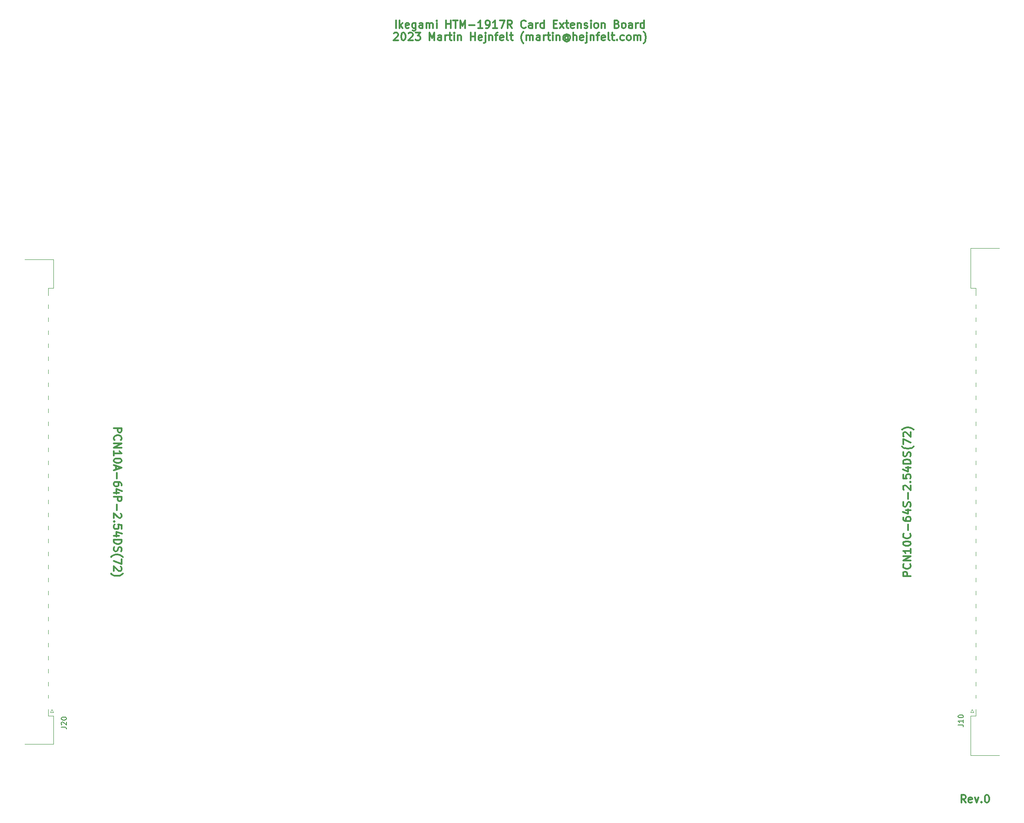
<source format=gbr>
%TF.GenerationSoftware,KiCad,Pcbnew,6.0.11-2627ca5db0~126~ubuntu22.04.1*%
%TF.CreationDate,2023-06-25T19:34:19+02:00*%
%TF.ProjectId,ikegami-htm1917r-extension,696b6567-616d-4692-9d68-746d31393137,rev?*%
%TF.SameCoordinates,Original*%
%TF.FileFunction,Legend,Top*%
%TF.FilePolarity,Positive*%
%FSLAX46Y46*%
G04 Gerber Fmt 4.6, Leading zero omitted, Abs format (unit mm)*
G04 Created by KiCad (PCBNEW 6.0.11-2627ca5db0~126~ubuntu22.04.1) date 2023-06-25 19:34:19*
%MOMM*%
%LPD*%
G01*
G04 APERTURE LIST*
%ADD10C,0.300000*%
%ADD11C,0.150000*%
%ADD12C,0.120000*%
G04 APERTURE END LIST*
D10*
X90391428Y-178231428D02*
X91891428Y-178231428D01*
X91891428Y-178802857D01*
X91820000Y-178945714D01*
X91748571Y-179017142D01*
X91605714Y-179088571D01*
X91391428Y-179088571D01*
X91248571Y-179017142D01*
X91177142Y-178945714D01*
X91105714Y-178802857D01*
X91105714Y-178231428D01*
X90534285Y-180588571D02*
X90462857Y-180517142D01*
X90391428Y-180302857D01*
X90391428Y-180160000D01*
X90462857Y-179945714D01*
X90605714Y-179802857D01*
X90748571Y-179731428D01*
X91034285Y-179660000D01*
X91248571Y-179660000D01*
X91534285Y-179731428D01*
X91677142Y-179802857D01*
X91820000Y-179945714D01*
X91891428Y-180160000D01*
X91891428Y-180302857D01*
X91820000Y-180517142D01*
X91748571Y-180588571D01*
X90391428Y-181231428D02*
X91891428Y-181231428D01*
X90391428Y-182088571D01*
X91891428Y-182088571D01*
X90391428Y-183588571D02*
X90391428Y-182731428D01*
X90391428Y-183160000D02*
X91891428Y-183160000D01*
X91677142Y-183017142D01*
X91534285Y-182874285D01*
X91462857Y-182731428D01*
X91891428Y-184517142D02*
X91891428Y-184660000D01*
X91820000Y-184802857D01*
X91748571Y-184874285D01*
X91605714Y-184945714D01*
X91320000Y-185017142D01*
X90962857Y-185017142D01*
X90677142Y-184945714D01*
X90534285Y-184874285D01*
X90462857Y-184802857D01*
X90391428Y-184660000D01*
X90391428Y-184517142D01*
X90462857Y-184374285D01*
X90534285Y-184302857D01*
X90677142Y-184231428D01*
X90962857Y-184160000D01*
X91320000Y-184160000D01*
X91605714Y-184231428D01*
X91748571Y-184302857D01*
X91820000Y-184374285D01*
X91891428Y-184517142D01*
X90820000Y-185588571D02*
X90820000Y-186302857D01*
X90391428Y-185445714D02*
X91891428Y-185945714D01*
X90391428Y-186445714D01*
X90962857Y-186945714D02*
X90962857Y-188088571D01*
X91891428Y-189445714D02*
X91891428Y-189160000D01*
X91820000Y-189017142D01*
X91748571Y-188945714D01*
X91534285Y-188802857D01*
X91248571Y-188731428D01*
X90677142Y-188731428D01*
X90534285Y-188802857D01*
X90462857Y-188874285D01*
X90391428Y-189017142D01*
X90391428Y-189302857D01*
X90462857Y-189445714D01*
X90534285Y-189517142D01*
X90677142Y-189588571D01*
X91034285Y-189588571D01*
X91177142Y-189517142D01*
X91248571Y-189445714D01*
X91320000Y-189302857D01*
X91320000Y-189017142D01*
X91248571Y-188874285D01*
X91177142Y-188802857D01*
X91034285Y-188731428D01*
X91391428Y-190874285D02*
X90391428Y-190874285D01*
X91962857Y-190517142D02*
X90891428Y-190160000D01*
X90891428Y-191088571D01*
X90391428Y-191660000D02*
X91891428Y-191660000D01*
X91891428Y-192231428D01*
X91820000Y-192374285D01*
X91748571Y-192445714D01*
X91605714Y-192517142D01*
X91391428Y-192517142D01*
X91248571Y-192445714D01*
X91177142Y-192374285D01*
X91105714Y-192231428D01*
X91105714Y-191660000D01*
X90962857Y-193160000D02*
X90962857Y-194302857D01*
X91748571Y-194945714D02*
X91820000Y-195017142D01*
X91891428Y-195160000D01*
X91891428Y-195517142D01*
X91820000Y-195660000D01*
X91748571Y-195731428D01*
X91605714Y-195802857D01*
X91462857Y-195802857D01*
X91248571Y-195731428D01*
X90391428Y-194874285D01*
X90391428Y-195802857D01*
X90534285Y-196445714D02*
X90462857Y-196517142D01*
X90391428Y-196445714D01*
X90462857Y-196374285D01*
X90534285Y-196445714D01*
X90391428Y-196445714D01*
X91891428Y-197874285D02*
X91891428Y-197160000D01*
X91177142Y-197088571D01*
X91248571Y-197160000D01*
X91320000Y-197302857D01*
X91320000Y-197660000D01*
X91248571Y-197802857D01*
X91177142Y-197874285D01*
X91034285Y-197945714D01*
X90677142Y-197945714D01*
X90534285Y-197874285D01*
X90462857Y-197802857D01*
X90391428Y-197660000D01*
X90391428Y-197302857D01*
X90462857Y-197160000D01*
X90534285Y-197088571D01*
X91391428Y-199231428D02*
X90391428Y-199231428D01*
X91962857Y-198874285D02*
X90891428Y-198517142D01*
X90891428Y-199445714D01*
X90391428Y-200017142D02*
X91891428Y-200017142D01*
X91891428Y-200374285D01*
X91820000Y-200588571D01*
X91677142Y-200731428D01*
X91534285Y-200802857D01*
X91248571Y-200874285D01*
X91034285Y-200874285D01*
X90748571Y-200802857D01*
X90605714Y-200731428D01*
X90462857Y-200588571D01*
X90391428Y-200374285D01*
X90391428Y-200017142D01*
X90462857Y-201445714D02*
X90391428Y-201660000D01*
X90391428Y-202017142D01*
X90462857Y-202160000D01*
X90534285Y-202231428D01*
X90677142Y-202302857D01*
X90820000Y-202302857D01*
X90962857Y-202231428D01*
X91034285Y-202160000D01*
X91105714Y-202017142D01*
X91177142Y-201731428D01*
X91248571Y-201588571D01*
X91320000Y-201517142D01*
X91462857Y-201445714D01*
X91605714Y-201445714D01*
X91748571Y-201517142D01*
X91820000Y-201588571D01*
X91891428Y-201731428D01*
X91891428Y-202088571D01*
X91820000Y-202302857D01*
X89820000Y-203374285D02*
X89891428Y-203302857D01*
X90105714Y-203160000D01*
X90248571Y-203088571D01*
X90462857Y-203017142D01*
X90820000Y-202945714D01*
X91105714Y-202945714D01*
X91462857Y-203017142D01*
X91677142Y-203088571D01*
X91820000Y-203160000D01*
X92034285Y-203302857D01*
X92105714Y-203374285D01*
X91891428Y-203802857D02*
X91891428Y-204802857D01*
X90391428Y-204160000D01*
X91748571Y-205302857D02*
X91820000Y-205374285D01*
X91891428Y-205517142D01*
X91891428Y-205874285D01*
X91820000Y-206017142D01*
X91748571Y-206088571D01*
X91605714Y-206160000D01*
X91462857Y-206160000D01*
X91248571Y-206088571D01*
X90391428Y-205231428D01*
X90391428Y-206160000D01*
X89820000Y-206660000D02*
X89891428Y-206731428D01*
X90105714Y-206874285D01*
X90248571Y-206945714D01*
X90462857Y-207017142D01*
X90820000Y-207088571D01*
X91105714Y-207088571D01*
X91462857Y-207017142D01*
X91677142Y-206945714D01*
X91820000Y-206874285D01*
X92034285Y-206731428D01*
X92105714Y-206660000D01*
X256448571Y-251338571D02*
X255948571Y-250624285D01*
X255591428Y-251338571D02*
X255591428Y-249838571D01*
X256162857Y-249838571D01*
X256305714Y-249910000D01*
X256377142Y-249981428D01*
X256448571Y-250124285D01*
X256448571Y-250338571D01*
X256377142Y-250481428D01*
X256305714Y-250552857D01*
X256162857Y-250624285D01*
X255591428Y-250624285D01*
X257662857Y-251267142D02*
X257520000Y-251338571D01*
X257234285Y-251338571D01*
X257091428Y-251267142D01*
X257020000Y-251124285D01*
X257020000Y-250552857D01*
X257091428Y-250410000D01*
X257234285Y-250338571D01*
X257520000Y-250338571D01*
X257662857Y-250410000D01*
X257734285Y-250552857D01*
X257734285Y-250695714D01*
X257020000Y-250838571D01*
X258234285Y-250338571D02*
X258591428Y-251338571D01*
X258948571Y-250338571D01*
X259520000Y-251195714D02*
X259591428Y-251267142D01*
X259520000Y-251338571D01*
X259448571Y-251267142D01*
X259520000Y-251195714D01*
X259520000Y-251338571D01*
X260520000Y-249838571D02*
X260662857Y-249838571D01*
X260805714Y-249910000D01*
X260877142Y-249981428D01*
X260948571Y-250124285D01*
X261020000Y-250410000D01*
X261020000Y-250767142D01*
X260948571Y-251052857D01*
X260877142Y-251195714D01*
X260805714Y-251267142D01*
X260662857Y-251338571D01*
X260520000Y-251338571D01*
X260377142Y-251267142D01*
X260305714Y-251195714D01*
X260234285Y-251052857D01*
X260162857Y-250767142D01*
X260162857Y-250410000D01*
X260234285Y-250124285D01*
X260305714Y-249981428D01*
X260377142Y-249910000D01*
X260520000Y-249838571D01*
X245748571Y-207130000D02*
X244248571Y-207130000D01*
X244248571Y-206558571D01*
X244320000Y-206415714D01*
X244391428Y-206344285D01*
X244534285Y-206272857D01*
X244748571Y-206272857D01*
X244891428Y-206344285D01*
X244962857Y-206415714D01*
X245034285Y-206558571D01*
X245034285Y-207130000D01*
X245605714Y-204772857D02*
X245677142Y-204844285D01*
X245748571Y-205058571D01*
X245748571Y-205201428D01*
X245677142Y-205415714D01*
X245534285Y-205558571D01*
X245391428Y-205630000D01*
X245105714Y-205701428D01*
X244891428Y-205701428D01*
X244605714Y-205630000D01*
X244462857Y-205558571D01*
X244320000Y-205415714D01*
X244248571Y-205201428D01*
X244248571Y-205058571D01*
X244320000Y-204844285D01*
X244391428Y-204772857D01*
X245748571Y-204130000D02*
X244248571Y-204130000D01*
X245748571Y-203272857D01*
X244248571Y-203272857D01*
X245748571Y-201772857D02*
X245748571Y-202630000D01*
X245748571Y-202201428D02*
X244248571Y-202201428D01*
X244462857Y-202344285D01*
X244605714Y-202487142D01*
X244677142Y-202630000D01*
X244248571Y-200844285D02*
X244248571Y-200701428D01*
X244320000Y-200558571D01*
X244391428Y-200487142D01*
X244534285Y-200415714D01*
X244820000Y-200344285D01*
X245177142Y-200344285D01*
X245462857Y-200415714D01*
X245605714Y-200487142D01*
X245677142Y-200558571D01*
X245748571Y-200701428D01*
X245748571Y-200844285D01*
X245677142Y-200987142D01*
X245605714Y-201058571D01*
X245462857Y-201130000D01*
X245177142Y-201201428D01*
X244820000Y-201201428D01*
X244534285Y-201130000D01*
X244391428Y-201058571D01*
X244320000Y-200987142D01*
X244248571Y-200844285D01*
X245605714Y-198844285D02*
X245677142Y-198915714D01*
X245748571Y-199130000D01*
X245748571Y-199272857D01*
X245677142Y-199487142D01*
X245534285Y-199630000D01*
X245391428Y-199701428D01*
X245105714Y-199772857D01*
X244891428Y-199772857D01*
X244605714Y-199701428D01*
X244462857Y-199630000D01*
X244320000Y-199487142D01*
X244248571Y-199272857D01*
X244248571Y-199130000D01*
X244320000Y-198915714D01*
X244391428Y-198844285D01*
X245177142Y-198201428D02*
X245177142Y-197058571D01*
X244248571Y-195701428D02*
X244248571Y-195987142D01*
X244320000Y-196130000D01*
X244391428Y-196201428D01*
X244605714Y-196344285D01*
X244891428Y-196415714D01*
X245462857Y-196415714D01*
X245605714Y-196344285D01*
X245677142Y-196272857D01*
X245748571Y-196130000D01*
X245748571Y-195844285D01*
X245677142Y-195701428D01*
X245605714Y-195630000D01*
X245462857Y-195558571D01*
X245105714Y-195558571D01*
X244962857Y-195630000D01*
X244891428Y-195701428D01*
X244820000Y-195844285D01*
X244820000Y-196130000D01*
X244891428Y-196272857D01*
X244962857Y-196344285D01*
X245105714Y-196415714D01*
X244748571Y-194272857D02*
X245748571Y-194272857D01*
X244177142Y-194630000D02*
X245248571Y-194987142D01*
X245248571Y-194058571D01*
X245677142Y-193558571D02*
X245748571Y-193344285D01*
X245748571Y-192987142D01*
X245677142Y-192844285D01*
X245605714Y-192772857D01*
X245462857Y-192701428D01*
X245320000Y-192701428D01*
X245177142Y-192772857D01*
X245105714Y-192844285D01*
X245034285Y-192987142D01*
X244962857Y-193272857D01*
X244891428Y-193415714D01*
X244820000Y-193487142D01*
X244677142Y-193558571D01*
X244534285Y-193558571D01*
X244391428Y-193487142D01*
X244320000Y-193415714D01*
X244248571Y-193272857D01*
X244248571Y-192915714D01*
X244320000Y-192701428D01*
X245177142Y-192058571D02*
X245177142Y-190915714D01*
X244391428Y-190272857D02*
X244320000Y-190201428D01*
X244248571Y-190058571D01*
X244248571Y-189701428D01*
X244320000Y-189558571D01*
X244391428Y-189487142D01*
X244534285Y-189415714D01*
X244677142Y-189415714D01*
X244891428Y-189487142D01*
X245748571Y-190344285D01*
X245748571Y-189415714D01*
X245605714Y-188772857D02*
X245677142Y-188701428D01*
X245748571Y-188772857D01*
X245677142Y-188844285D01*
X245605714Y-188772857D01*
X245748571Y-188772857D01*
X244248571Y-187344285D02*
X244248571Y-188058571D01*
X244962857Y-188130000D01*
X244891428Y-188058571D01*
X244820000Y-187915714D01*
X244820000Y-187558571D01*
X244891428Y-187415714D01*
X244962857Y-187344285D01*
X245105714Y-187272857D01*
X245462857Y-187272857D01*
X245605714Y-187344285D01*
X245677142Y-187415714D01*
X245748571Y-187558571D01*
X245748571Y-187915714D01*
X245677142Y-188058571D01*
X245605714Y-188130000D01*
X244748571Y-185987142D02*
X245748571Y-185987142D01*
X244177142Y-186344285D02*
X245248571Y-186701428D01*
X245248571Y-185772857D01*
X245748571Y-185201428D02*
X244248571Y-185201428D01*
X244248571Y-184844285D01*
X244320000Y-184630000D01*
X244462857Y-184487142D01*
X244605714Y-184415714D01*
X244891428Y-184344285D01*
X245105714Y-184344285D01*
X245391428Y-184415714D01*
X245534285Y-184487142D01*
X245677142Y-184630000D01*
X245748571Y-184844285D01*
X245748571Y-185201428D01*
X245677142Y-183772857D02*
X245748571Y-183558571D01*
X245748571Y-183201428D01*
X245677142Y-183058571D01*
X245605714Y-182987142D01*
X245462857Y-182915714D01*
X245320000Y-182915714D01*
X245177142Y-182987142D01*
X245105714Y-183058571D01*
X245034285Y-183201428D01*
X244962857Y-183487142D01*
X244891428Y-183630000D01*
X244820000Y-183701428D01*
X244677142Y-183772857D01*
X244534285Y-183772857D01*
X244391428Y-183701428D01*
X244320000Y-183630000D01*
X244248571Y-183487142D01*
X244248571Y-183130000D01*
X244320000Y-182915714D01*
X246320000Y-181844285D02*
X246248571Y-181915714D01*
X246034285Y-182058571D01*
X245891428Y-182130000D01*
X245677142Y-182201428D01*
X245320000Y-182272857D01*
X245034285Y-182272857D01*
X244677142Y-182201428D01*
X244462857Y-182130000D01*
X244320000Y-182058571D01*
X244105714Y-181915714D01*
X244034285Y-181844285D01*
X244248571Y-181415714D02*
X244248571Y-180415714D01*
X245748571Y-181058571D01*
X244391428Y-179915714D02*
X244320000Y-179844285D01*
X244248571Y-179701428D01*
X244248571Y-179344285D01*
X244320000Y-179201428D01*
X244391428Y-179130000D01*
X244534285Y-179058571D01*
X244677142Y-179058571D01*
X244891428Y-179130000D01*
X245748571Y-179987142D01*
X245748571Y-179058571D01*
X246320000Y-178558571D02*
X246248571Y-178487142D01*
X246034285Y-178344285D01*
X245891428Y-178272857D01*
X245677142Y-178201428D01*
X245320000Y-178130000D01*
X245034285Y-178130000D01*
X244677142Y-178201428D01*
X244462857Y-178272857D01*
X244320000Y-178344285D01*
X244105714Y-178487142D01*
X244034285Y-178558571D01*
X145381428Y-100171071D02*
X145381428Y-98671071D01*
X146095714Y-100171071D02*
X146095714Y-98671071D01*
X146238571Y-99599642D02*
X146667142Y-100171071D01*
X146667142Y-99171071D02*
X146095714Y-99742500D01*
X147881428Y-100099642D02*
X147738571Y-100171071D01*
X147452857Y-100171071D01*
X147310000Y-100099642D01*
X147238571Y-99956785D01*
X147238571Y-99385357D01*
X147310000Y-99242500D01*
X147452857Y-99171071D01*
X147738571Y-99171071D01*
X147881428Y-99242500D01*
X147952857Y-99385357D01*
X147952857Y-99528214D01*
X147238571Y-99671071D01*
X149238571Y-99171071D02*
X149238571Y-100385357D01*
X149167142Y-100528214D01*
X149095714Y-100599642D01*
X148952857Y-100671071D01*
X148738571Y-100671071D01*
X148595714Y-100599642D01*
X149238571Y-100099642D02*
X149095714Y-100171071D01*
X148810000Y-100171071D01*
X148667142Y-100099642D01*
X148595714Y-100028214D01*
X148524285Y-99885357D01*
X148524285Y-99456785D01*
X148595714Y-99313928D01*
X148667142Y-99242500D01*
X148810000Y-99171071D01*
X149095714Y-99171071D01*
X149238571Y-99242500D01*
X150595714Y-100171071D02*
X150595714Y-99385357D01*
X150524285Y-99242500D01*
X150381428Y-99171071D01*
X150095714Y-99171071D01*
X149952857Y-99242500D01*
X150595714Y-100099642D02*
X150452857Y-100171071D01*
X150095714Y-100171071D01*
X149952857Y-100099642D01*
X149881428Y-99956785D01*
X149881428Y-99813928D01*
X149952857Y-99671071D01*
X150095714Y-99599642D01*
X150452857Y-99599642D01*
X150595714Y-99528214D01*
X151310000Y-100171071D02*
X151310000Y-99171071D01*
X151310000Y-99313928D02*
X151381428Y-99242500D01*
X151524285Y-99171071D01*
X151738571Y-99171071D01*
X151881428Y-99242500D01*
X151952857Y-99385357D01*
X151952857Y-100171071D01*
X151952857Y-99385357D02*
X152024285Y-99242500D01*
X152167142Y-99171071D01*
X152381428Y-99171071D01*
X152524285Y-99242500D01*
X152595714Y-99385357D01*
X152595714Y-100171071D01*
X153310000Y-100171071D02*
X153310000Y-99171071D01*
X153310000Y-98671071D02*
X153238571Y-98742500D01*
X153310000Y-98813928D01*
X153381428Y-98742500D01*
X153310000Y-98671071D01*
X153310000Y-98813928D01*
X155167142Y-100171071D02*
X155167142Y-98671071D01*
X155167142Y-99385357D02*
X156024285Y-99385357D01*
X156024285Y-100171071D02*
X156024285Y-98671071D01*
X156524285Y-98671071D02*
X157381428Y-98671071D01*
X156952857Y-100171071D02*
X156952857Y-98671071D01*
X157881428Y-100171071D02*
X157881428Y-98671071D01*
X158381428Y-99742500D01*
X158881428Y-98671071D01*
X158881428Y-100171071D01*
X159595714Y-99599642D02*
X160738571Y-99599642D01*
X162238571Y-100171071D02*
X161381428Y-100171071D01*
X161810000Y-100171071D02*
X161810000Y-98671071D01*
X161667142Y-98885357D01*
X161524285Y-99028214D01*
X161381428Y-99099642D01*
X162952857Y-100171071D02*
X163238571Y-100171071D01*
X163381428Y-100099642D01*
X163452857Y-100028214D01*
X163595714Y-99813928D01*
X163667142Y-99528214D01*
X163667142Y-98956785D01*
X163595714Y-98813928D01*
X163524285Y-98742500D01*
X163381428Y-98671071D01*
X163095714Y-98671071D01*
X162952857Y-98742500D01*
X162881428Y-98813928D01*
X162810000Y-98956785D01*
X162810000Y-99313928D01*
X162881428Y-99456785D01*
X162952857Y-99528214D01*
X163095714Y-99599642D01*
X163381428Y-99599642D01*
X163524285Y-99528214D01*
X163595714Y-99456785D01*
X163667142Y-99313928D01*
X165095714Y-100171071D02*
X164238571Y-100171071D01*
X164667142Y-100171071D02*
X164667142Y-98671071D01*
X164524285Y-98885357D01*
X164381428Y-99028214D01*
X164238571Y-99099642D01*
X165595714Y-98671071D02*
X166595714Y-98671071D01*
X165952857Y-100171071D01*
X168024285Y-100171071D02*
X167524285Y-99456785D01*
X167167142Y-100171071D02*
X167167142Y-98671071D01*
X167738571Y-98671071D01*
X167881428Y-98742500D01*
X167952857Y-98813928D01*
X168024285Y-98956785D01*
X168024285Y-99171071D01*
X167952857Y-99313928D01*
X167881428Y-99385357D01*
X167738571Y-99456785D01*
X167167142Y-99456785D01*
X170667142Y-100028214D02*
X170595714Y-100099642D01*
X170381428Y-100171071D01*
X170238571Y-100171071D01*
X170024285Y-100099642D01*
X169881428Y-99956785D01*
X169810000Y-99813928D01*
X169738571Y-99528214D01*
X169738571Y-99313928D01*
X169810000Y-99028214D01*
X169881428Y-98885357D01*
X170024285Y-98742500D01*
X170238571Y-98671071D01*
X170381428Y-98671071D01*
X170595714Y-98742500D01*
X170667142Y-98813928D01*
X171952857Y-100171071D02*
X171952857Y-99385357D01*
X171881428Y-99242500D01*
X171738571Y-99171071D01*
X171452857Y-99171071D01*
X171310000Y-99242500D01*
X171952857Y-100099642D02*
X171810000Y-100171071D01*
X171452857Y-100171071D01*
X171310000Y-100099642D01*
X171238571Y-99956785D01*
X171238571Y-99813928D01*
X171310000Y-99671071D01*
X171452857Y-99599642D01*
X171810000Y-99599642D01*
X171952857Y-99528214D01*
X172667142Y-100171071D02*
X172667142Y-99171071D01*
X172667142Y-99456785D02*
X172738571Y-99313928D01*
X172810000Y-99242500D01*
X172952857Y-99171071D01*
X173095714Y-99171071D01*
X174238571Y-100171071D02*
X174238571Y-98671071D01*
X174238571Y-100099642D02*
X174095714Y-100171071D01*
X173810000Y-100171071D01*
X173667142Y-100099642D01*
X173595714Y-100028214D01*
X173524285Y-99885357D01*
X173524285Y-99456785D01*
X173595714Y-99313928D01*
X173667142Y-99242500D01*
X173810000Y-99171071D01*
X174095714Y-99171071D01*
X174238571Y-99242500D01*
X176095714Y-99385357D02*
X176595714Y-99385357D01*
X176810000Y-100171071D02*
X176095714Y-100171071D01*
X176095714Y-98671071D01*
X176810000Y-98671071D01*
X177310000Y-100171071D02*
X178095714Y-99171071D01*
X177310000Y-99171071D02*
X178095714Y-100171071D01*
X178452857Y-99171071D02*
X179024285Y-99171071D01*
X178667142Y-98671071D02*
X178667142Y-99956785D01*
X178738571Y-100099642D01*
X178881428Y-100171071D01*
X179024285Y-100171071D01*
X180095714Y-100099642D02*
X179952857Y-100171071D01*
X179667142Y-100171071D01*
X179524285Y-100099642D01*
X179452857Y-99956785D01*
X179452857Y-99385357D01*
X179524285Y-99242500D01*
X179667142Y-99171071D01*
X179952857Y-99171071D01*
X180095714Y-99242500D01*
X180167142Y-99385357D01*
X180167142Y-99528214D01*
X179452857Y-99671071D01*
X180810000Y-99171071D02*
X180810000Y-100171071D01*
X180810000Y-99313928D02*
X180881428Y-99242500D01*
X181024285Y-99171071D01*
X181238571Y-99171071D01*
X181381428Y-99242500D01*
X181452857Y-99385357D01*
X181452857Y-100171071D01*
X182095714Y-100099642D02*
X182238571Y-100171071D01*
X182524285Y-100171071D01*
X182667142Y-100099642D01*
X182738571Y-99956785D01*
X182738571Y-99885357D01*
X182667142Y-99742500D01*
X182524285Y-99671071D01*
X182310000Y-99671071D01*
X182167142Y-99599642D01*
X182095714Y-99456785D01*
X182095714Y-99385357D01*
X182167142Y-99242500D01*
X182310000Y-99171071D01*
X182524285Y-99171071D01*
X182667142Y-99242500D01*
X183381428Y-100171071D02*
X183381428Y-99171071D01*
X183381428Y-98671071D02*
X183310000Y-98742500D01*
X183381428Y-98813928D01*
X183452857Y-98742500D01*
X183381428Y-98671071D01*
X183381428Y-98813928D01*
X184310000Y-100171071D02*
X184167142Y-100099642D01*
X184095714Y-100028214D01*
X184024285Y-99885357D01*
X184024285Y-99456785D01*
X184095714Y-99313928D01*
X184167142Y-99242500D01*
X184310000Y-99171071D01*
X184524285Y-99171071D01*
X184667142Y-99242500D01*
X184738571Y-99313928D01*
X184810000Y-99456785D01*
X184810000Y-99885357D01*
X184738571Y-100028214D01*
X184667142Y-100099642D01*
X184524285Y-100171071D01*
X184310000Y-100171071D01*
X185452857Y-99171071D02*
X185452857Y-100171071D01*
X185452857Y-99313928D02*
X185524285Y-99242500D01*
X185667142Y-99171071D01*
X185881428Y-99171071D01*
X186024285Y-99242500D01*
X186095714Y-99385357D01*
X186095714Y-100171071D01*
X188452857Y-99385357D02*
X188667142Y-99456785D01*
X188738571Y-99528214D01*
X188810000Y-99671071D01*
X188810000Y-99885357D01*
X188738571Y-100028214D01*
X188667142Y-100099642D01*
X188524285Y-100171071D01*
X187952857Y-100171071D01*
X187952857Y-98671071D01*
X188452857Y-98671071D01*
X188595714Y-98742500D01*
X188667142Y-98813928D01*
X188738571Y-98956785D01*
X188738571Y-99099642D01*
X188667142Y-99242500D01*
X188595714Y-99313928D01*
X188452857Y-99385357D01*
X187952857Y-99385357D01*
X189667142Y-100171071D02*
X189524285Y-100099642D01*
X189452857Y-100028214D01*
X189381428Y-99885357D01*
X189381428Y-99456785D01*
X189452857Y-99313928D01*
X189524285Y-99242500D01*
X189667142Y-99171071D01*
X189881428Y-99171071D01*
X190024285Y-99242500D01*
X190095714Y-99313928D01*
X190167142Y-99456785D01*
X190167142Y-99885357D01*
X190095714Y-100028214D01*
X190024285Y-100099642D01*
X189881428Y-100171071D01*
X189667142Y-100171071D01*
X191452857Y-100171071D02*
X191452857Y-99385357D01*
X191381428Y-99242500D01*
X191238571Y-99171071D01*
X190952857Y-99171071D01*
X190810000Y-99242500D01*
X191452857Y-100099642D02*
X191310000Y-100171071D01*
X190952857Y-100171071D01*
X190810000Y-100099642D01*
X190738571Y-99956785D01*
X190738571Y-99813928D01*
X190810000Y-99671071D01*
X190952857Y-99599642D01*
X191310000Y-99599642D01*
X191452857Y-99528214D01*
X192167142Y-100171071D02*
X192167142Y-99171071D01*
X192167142Y-99456785D02*
X192238571Y-99313928D01*
X192310000Y-99242500D01*
X192452857Y-99171071D01*
X192595714Y-99171071D01*
X193738571Y-100171071D02*
X193738571Y-98671071D01*
X193738571Y-100099642D02*
X193595714Y-100171071D01*
X193310000Y-100171071D01*
X193167142Y-100099642D01*
X193095714Y-100028214D01*
X193024285Y-99885357D01*
X193024285Y-99456785D01*
X193095714Y-99313928D01*
X193167142Y-99242500D01*
X193310000Y-99171071D01*
X193595714Y-99171071D01*
X193738571Y-99242500D01*
X144952857Y-101228928D02*
X145024285Y-101157500D01*
X145167142Y-101086071D01*
X145524285Y-101086071D01*
X145667142Y-101157500D01*
X145738571Y-101228928D01*
X145810000Y-101371785D01*
X145810000Y-101514642D01*
X145738571Y-101728928D01*
X144881428Y-102586071D01*
X145810000Y-102586071D01*
X146738571Y-101086071D02*
X146881428Y-101086071D01*
X147024285Y-101157500D01*
X147095714Y-101228928D01*
X147167142Y-101371785D01*
X147238571Y-101657500D01*
X147238571Y-102014642D01*
X147167142Y-102300357D01*
X147095714Y-102443214D01*
X147024285Y-102514642D01*
X146881428Y-102586071D01*
X146738571Y-102586071D01*
X146595714Y-102514642D01*
X146524285Y-102443214D01*
X146452857Y-102300357D01*
X146381428Y-102014642D01*
X146381428Y-101657500D01*
X146452857Y-101371785D01*
X146524285Y-101228928D01*
X146595714Y-101157500D01*
X146738571Y-101086071D01*
X147810000Y-101228928D02*
X147881428Y-101157500D01*
X148024285Y-101086071D01*
X148381428Y-101086071D01*
X148524285Y-101157500D01*
X148595714Y-101228928D01*
X148667142Y-101371785D01*
X148667142Y-101514642D01*
X148595714Y-101728928D01*
X147738571Y-102586071D01*
X148667142Y-102586071D01*
X149167142Y-101086071D02*
X150095714Y-101086071D01*
X149595714Y-101657500D01*
X149810000Y-101657500D01*
X149952857Y-101728928D01*
X150024285Y-101800357D01*
X150095714Y-101943214D01*
X150095714Y-102300357D01*
X150024285Y-102443214D01*
X149952857Y-102514642D01*
X149810000Y-102586071D01*
X149381428Y-102586071D01*
X149238571Y-102514642D01*
X149167142Y-102443214D01*
X151881428Y-102586071D02*
X151881428Y-101086071D01*
X152381428Y-102157500D01*
X152881428Y-101086071D01*
X152881428Y-102586071D01*
X154238571Y-102586071D02*
X154238571Y-101800357D01*
X154167142Y-101657500D01*
X154024285Y-101586071D01*
X153738571Y-101586071D01*
X153595714Y-101657500D01*
X154238571Y-102514642D02*
X154095714Y-102586071D01*
X153738571Y-102586071D01*
X153595714Y-102514642D01*
X153524285Y-102371785D01*
X153524285Y-102228928D01*
X153595714Y-102086071D01*
X153738571Y-102014642D01*
X154095714Y-102014642D01*
X154238571Y-101943214D01*
X154952857Y-102586071D02*
X154952857Y-101586071D01*
X154952857Y-101871785D02*
X155024285Y-101728928D01*
X155095714Y-101657500D01*
X155238571Y-101586071D01*
X155381428Y-101586071D01*
X155667142Y-101586071D02*
X156238571Y-101586071D01*
X155881428Y-101086071D02*
X155881428Y-102371785D01*
X155952857Y-102514642D01*
X156095714Y-102586071D01*
X156238571Y-102586071D01*
X156738571Y-102586071D02*
X156738571Y-101586071D01*
X156738571Y-101086071D02*
X156667142Y-101157500D01*
X156738571Y-101228928D01*
X156810000Y-101157500D01*
X156738571Y-101086071D01*
X156738571Y-101228928D01*
X157452857Y-101586071D02*
X157452857Y-102586071D01*
X157452857Y-101728928D02*
X157524285Y-101657500D01*
X157667142Y-101586071D01*
X157881428Y-101586071D01*
X158024285Y-101657500D01*
X158095714Y-101800357D01*
X158095714Y-102586071D01*
X159952857Y-102586071D02*
X159952857Y-101086071D01*
X159952857Y-101800357D02*
X160810000Y-101800357D01*
X160810000Y-102586071D02*
X160810000Y-101086071D01*
X162095714Y-102514642D02*
X161952857Y-102586071D01*
X161667142Y-102586071D01*
X161524285Y-102514642D01*
X161452857Y-102371785D01*
X161452857Y-101800357D01*
X161524285Y-101657500D01*
X161667142Y-101586071D01*
X161952857Y-101586071D01*
X162095714Y-101657500D01*
X162167142Y-101800357D01*
X162167142Y-101943214D01*
X161452857Y-102086071D01*
X162810000Y-101586071D02*
X162810000Y-102871785D01*
X162738571Y-103014642D01*
X162595714Y-103086071D01*
X162524285Y-103086071D01*
X162810000Y-101086071D02*
X162738571Y-101157500D01*
X162810000Y-101228928D01*
X162881428Y-101157500D01*
X162810000Y-101086071D01*
X162810000Y-101228928D01*
X163524285Y-101586071D02*
X163524285Y-102586071D01*
X163524285Y-101728928D02*
X163595714Y-101657500D01*
X163738571Y-101586071D01*
X163952857Y-101586071D01*
X164095714Y-101657500D01*
X164167142Y-101800357D01*
X164167142Y-102586071D01*
X164667142Y-101586071D02*
X165238571Y-101586071D01*
X164881428Y-102586071D02*
X164881428Y-101300357D01*
X164952857Y-101157500D01*
X165095714Y-101086071D01*
X165238571Y-101086071D01*
X166310000Y-102514642D02*
X166167142Y-102586071D01*
X165881428Y-102586071D01*
X165738571Y-102514642D01*
X165667142Y-102371785D01*
X165667142Y-101800357D01*
X165738571Y-101657500D01*
X165881428Y-101586071D01*
X166167142Y-101586071D01*
X166310000Y-101657500D01*
X166381428Y-101800357D01*
X166381428Y-101943214D01*
X165667142Y-102086071D01*
X167238571Y-102586071D02*
X167095714Y-102514642D01*
X167024285Y-102371785D01*
X167024285Y-101086071D01*
X167595714Y-101586071D02*
X168167142Y-101586071D01*
X167810000Y-101086071D02*
X167810000Y-102371785D01*
X167881428Y-102514642D01*
X168024285Y-102586071D01*
X168167142Y-102586071D01*
X170238571Y-103157500D02*
X170167142Y-103086071D01*
X170024285Y-102871785D01*
X169952857Y-102728928D01*
X169881428Y-102514642D01*
X169810000Y-102157500D01*
X169810000Y-101871785D01*
X169881428Y-101514642D01*
X169952857Y-101300357D01*
X170024285Y-101157500D01*
X170167142Y-100943214D01*
X170238571Y-100871785D01*
X170810000Y-102586071D02*
X170810000Y-101586071D01*
X170810000Y-101728928D02*
X170881428Y-101657500D01*
X171024285Y-101586071D01*
X171238571Y-101586071D01*
X171381428Y-101657500D01*
X171452857Y-101800357D01*
X171452857Y-102586071D01*
X171452857Y-101800357D02*
X171524285Y-101657500D01*
X171667142Y-101586071D01*
X171881428Y-101586071D01*
X172024285Y-101657500D01*
X172095714Y-101800357D01*
X172095714Y-102586071D01*
X173452857Y-102586071D02*
X173452857Y-101800357D01*
X173381428Y-101657500D01*
X173238571Y-101586071D01*
X172952857Y-101586071D01*
X172810000Y-101657500D01*
X173452857Y-102514642D02*
X173310000Y-102586071D01*
X172952857Y-102586071D01*
X172810000Y-102514642D01*
X172738571Y-102371785D01*
X172738571Y-102228928D01*
X172810000Y-102086071D01*
X172952857Y-102014642D01*
X173310000Y-102014642D01*
X173452857Y-101943214D01*
X174167142Y-102586071D02*
X174167142Y-101586071D01*
X174167142Y-101871785D02*
X174238571Y-101728928D01*
X174310000Y-101657500D01*
X174452857Y-101586071D01*
X174595714Y-101586071D01*
X174881428Y-101586071D02*
X175452857Y-101586071D01*
X175095714Y-101086071D02*
X175095714Y-102371785D01*
X175167142Y-102514642D01*
X175310000Y-102586071D01*
X175452857Y-102586071D01*
X175952857Y-102586071D02*
X175952857Y-101586071D01*
X175952857Y-101086071D02*
X175881428Y-101157500D01*
X175952857Y-101228928D01*
X176024285Y-101157500D01*
X175952857Y-101086071D01*
X175952857Y-101228928D01*
X176667142Y-101586071D02*
X176667142Y-102586071D01*
X176667142Y-101728928D02*
X176738571Y-101657500D01*
X176881428Y-101586071D01*
X177095714Y-101586071D01*
X177238571Y-101657500D01*
X177310000Y-101800357D01*
X177310000Y-102586071D01*
X178952857Y-101871785D02*
X178881428Y-101800357D01*
X178738571Y-101728928D01*
X178595714Y-101728928D01*
X178452857Y-101800357D01*
X178381428Y-101871785D01*
X178310000Y-102014642D01*
X178310000Y-102157500D01*
X178381428Y-102300357D01*
X178452857Y-102371785D01*
X178595714Y-102443214D01*
X178738571Y-102443214D01*
X178881428Y-102371785D01*
X178952857Y-102300357D01*
X178952857Y-101728928D02*
X178952857Y-102300357D01*
X179024285Y-102371785D01*
X179095714Y-102371785D01*
X179238571Y-102300357D01*
X179310000Y-102157500D01*
X179310000Y-101800357D01*
X179167142Y-101586071D01*
X178952857Y-101443214D01*
X178667142Y-101371785D01*
X178381428Y-101443214D01*
X178167142Y-101586071D01*
X178024285Y-101800357D01*
X177952857Y-102086071D01*
X178024285Y-102371785D01*
X178167142Y-102586071D01*
X178381428Y-102728928D01*
X178667142Y-102800357D01*
X178952857Y-102728928D01*
X179167142Y-102586071D01*
X179952857Y-102586071D02*
X179952857Y-101086071D01*
X180595714Y-102586071D02*
X180595714Y-101800357D01*
X180524285Y-101657500D01*
X180381428Y-101586071D01*
X180167142Y-101586071D01*
X180024285Y-101657500D01*
X179952857Y-101728928D01*
X181881428Y-102514642D02*
X181738571Y-102586071D01*
X181452857Y-102586071D01*
X181310000Y-102514642D01*
X181238571Y-102371785D01*
X181238571Y-101800357D01*
X181310000Y-101657500D01*
X181452857Y-101586071D01*
X181738571Y-101586071D01*
X181881428Y-101657500D01*
X181952857Y-101800357D01*
X181952857Y-101943214D01*
X181238571Y-102086071D01*
X182595714Y-101586071D02*
X182595714Y-102871785D01*
X182524285Y-103014642D01*
X182381428Y-103086071D01*
X182310000Y-103086071D01*
X182595714Y-101086071D02*
X182524285Y-101157500D01*
X182595714Y-101228928D01*
X182667142Y-101157500D01*
X182595714Y-101086071D01*
X182595714Y-101228928D01*
X183310000Y-101586071D02*
X183310000Y-102586071D01*
X183310000Y-101728928D02*
X183381428Y-101657500D01*
X183524285Y-101586071D01*
X183738571Y-101586071D01*
X183881428Y-101657500D01*
X183952857Y-101800357D01*
X183952857Y-102586071D01*
X184452857Y-101586071D02*
X185024285Y-101586071D01*
X184667142Y-102586071D02*
X184667142Y-101300357D01*
X184738571Y-101157500D01*
X184881428Y-101086071D01*
X185024285Y-101086071D01*
X186095714Y-102514642D02*
X185952857Y-102586071D01*
X185667142Y-102586071D01*
X185524285Y-102514642D01*
X185452857Y-102371785D01*
X185452857Y-101800357D01*
X185524285Y-101657500D01*
X185667142Y-101586071D01*
X185952857Y-101586071D01*
X186095714Y-101657500D01*
X186167142Y-101800357D01*
X186167142Y-101943214D01*
X185452857Y-102086071D01*
X187024285Y-102586071D02*
X186881428Y-102514642D01*
X186810000Y-102371785D01*
X186810000Y-101086071D01*
X187381428Y-101586071D02*
X187952857Y-101586071D01*
X187595714Y-101086071D02*
X187595714Y-102371785D01*
X187667142Y-102514642D01*
X187810000Y-102586071D01*
X187952857Y-102586071D01*
X188452857Y-102443214D02*
X188524285Y-102514642D01*
X188452857Y-102586071D01*
X188381428Y-102514642D01*
X188452857Y-102443214D01*
X188452857Y-102586071D01*
X189810000Y-102514642D02*
X189667142Y-102586071D01*
X189381428Y-102586071D01*
X189238571Y-102514642D01*
X189167142Y-102443214D01*
X189095714Y-102300357D01*
X189095714Y-101871785D01*
X189167142Y-101728928D01*
X189238571Y-101657500D01*
X189381428Y-101586071D01*
X189667142Y-101586071D01*
X189810000Y-101657500D01*
X190667142Y-102586071D02*
X190524285Y-102514642D01*
X190452857Y-102443214D01*
X190381428Y-102300357D01*
X190381428Y-101871785D01*
X190452857Y-101728928D01*
X190524285Y-101657500D01*
X190667142Y-101586071D01*
X190881428Y-101586071D01*
X191024285Y-101657500D01*
X191095714Y-101728928D01*
X191167142Y-101871785D01*
X191167142Y-102300357D01*
X191095714Y-102443214D01*
X191024285Y-102514642D01*
X190881428Y-102586071D01*
X190667142Y-102586071D01*
X191810000Y-102586071D02*
X191810000Y-101586071D01*
X191810000Y-101728928D02*
X191881428Y-101657500D01*
X192024285Y-101586071D01*
X192238571Y-101586071D01*
X192381428Y-101657500D01*
X192452857Y-101800357D01*
X192452857Y-102586071D01*
X192452857Y-101800357D02*
X192524285Y-101657500D01*
X192667142Y-101586071D01*
X192881428Y-101586071D01*
X193024285Y-101657500D01*
X193095714Y-101800357D01*
X193095714Y-102586071D01*
X193667142Y-103157500D02*
X193738571Y-103086071D01*
X193881428Y-102871785D01*
X193952857Y-102728928D01*
X194024285Y-102514642D01*
X194095714Y-102157500D01*
X194095714Y-101871785D01*
X194024285Y-101514642D01*
X193952857Y-101300357D01*
X193881428Y-101157500D01*
X193738571Y-100943214D01*
X193667142Y-100871785D01*
D11*
%TO.C,J10*%
X254992380Y-236159523D02*
X255706666Y-236159523D01*
X255849523Y-236207142D01*
X255944761Y-236302380D01*
X255992380Y-236445238D01*
X255992380Y-236540476D01*
X255992380Y-235159523D02*
X255992380Y-235730952D01*
X255992380Y-235445238D02*
X254992380Y-235445238D01*
X255135238Y-235540476D01*
X255230476Y-235635714D01*
X255278095Y-235730952D01*
X254992380Y-234540476D02*
X254992380Y-234445238D01*
X255040000Y-234350000D01*
X255087619Y-234302380D01*
X255182857Y-234254761D01*
X255373333Y-234207142D01*
X255611428Y-234207142D01*
X255801904Y-234254761D01*
X255897142Y-234302380D01*
X255944761Y-234350000D01*
X255992380Y-234445238D01*
X255992380Y-234540476D01*
X255944761Y-234635714D01*
X255897142Y-234683333D01*
X255801904Y-234730952D01*
X255611428Y-234778571D01*
X255373333Y-234778571D01*
X255182857Y-234730952D01*
X255087619Y-234683333D01*
X255040000Y-234635714D01*
X254992380Y-234540476D01*
%TO.C,J20*%
X80122380Y-236589523D02*
X80836666Y-236589523D01*
X80979523Y-236637142D01*
X81074761Y-236732380D01*
X81122380Y-236875238D01*
X81122380Y-236970476D01*
X80217619Y-236160952D02*
X80170000Y-236113333D01*
X80122380Y-236018095D01*
X80122380Y-235780000D01*
X80170000Y-235684761D01*
X80217619Y-235637142D01*
X80312857Y-235589523D01*
X80408095Y-235589523D01*
X80550952Y-235637142D01*
X81122380Y-236208571D01*
X81122380Y-235589523D01*
X80122380Y-234970476D02*
X80122380Y-234875238D01*
X80170000Y-234780000D01*
X80217619Y-234732380D01*
X80312857Y-234684761D01*
X80503333Y-234637142D01*
X80741428Y-234637142D01*
X80931904Y-234684761D01*
X81027142Y-234732380D01*
X81074761Y-234780000D01*
X81122380Y-234875238D01*
X81122380Y-234970476D01*
X81074761Y-235065714D01*
X81027142Y-235113333D01*
X80931904Y-235160952D01*
X80741428Y-235208571D01*
X80503333Y-235208571D01*
X80312857Y-235160952D01*
X80217619Y-235113333D01*
X80170000Y-235065714D01*
X80122380Y-234970476D01*
D12*
%TO.C,J10*%
X258430000Y-223510000D02*
X258430000Y-222709000D01*
X257690000Y-233095000D02*
X257990000Y-233695000D01*
X258430000Y-208270000D02*
X258430000Y-207469000D01*
X258430000Y-162550000D02*
X258430000Y-161749000D01*
X258430000Y-182870000D02*
X258430000Y-182069000D01*
X258430000Y-228590000D02*
X258430000Y-227789000D01*
X258430000Y-167630000D02*
X258430000Y-166829000D01*
X258430000Y-172710000D02*
X258430000Y-171909000D01*
X258430000Y-218430000D02*
X258430000Y-217629000D01*
X258430000Y-165090000D02*
X258430000Y-164289000D01*
X258430000Y-198110000D02*
X258430000Y-197309000D01*
X258430000Y-205730000D02*
X258430000Y-204929000D01*
X258430000Y-157470000D02*
X258430000Y-156669000D01*
X258430000Y-152390000D02*
X258430000Y-150890000D01*
X258430000Y-200650000D02*
X258430000Y-199849000D01*
X258430000Y-170170000D02*
X258430000Y-169369000D01*
X258430000Y-185410000D02*
X258430000Y-184609000D01*
X258430000Y-213350000D02*
X258430000Y-212549000D01*
X258430000Y-226050000D02*
X258430000Y-225249000D01*
X258430000Y-193030000D02*
X258430000Y-192229000D01*
X258430000Y-230905000D02*
X258430000Y-230329000D01*
X258430000Y-180330000D02*
X258430000Y-179529000D01*
X258430000Y-195570000D02*
X258430000Y-194769000D01*
X258430000Y-160010000D02*
X258430000Y-159209000D01*
X258430000Y-177790000D02*
X258430000Y-176989000D01*
X258430000Y-210810000D02*
X258430000Y-210009000D01*
X258430000Y-175250000D02*
X258430000Y-174449000D01*
X258430000Y-203190000D02*
X258430000Y-202389000D01*
X258430000Y-154930000D02*
X258430000Y-154129000D01*
X258430000Y-190490000D02*
X258430000Y-189689000D01*
X258430000Y-220970000D02*
X258430000Y-220169000D01*
X258430000Y-187950000D02*
X258430000Y-187149000D01*
X257430000Y-150890000D02*
X258430000Y-150890000D01*
X258430000Y-234371000D02*
X258430000Y-233095000D01*
X257430000Y-143140000D02*
X257430000Y-150890000D01*
X262990000Y-242120000D02*
X257430000Y-242120000D01*
X258430000Y-215890000D02*
X258430000Y-215089000D01*
X257390000Y-233695000D02*
X257690000Y-233095000D01*
X257430000Y-242120000D02*
X257430000Y-234370000D01*
X257990000Y-233695000D02*
X257390000Y-233695000D01*
X263000000Y-143140000D02*
X257440000Y-143140000D01*
X257430000Y-234370000D02*
X258430000Y-234370000D01*
%TO.C,J20*%
X77550000Y-228590000D02*
X77550000Y-227789000D01*
X77550000Y-215890000D02*
X77550000Y-215089000D01*
X77550000Y-167630000D02*
X77550000Y-166829000D01*
X78590000Y-233695000D02*
X78290000Y-233095000D01*
X77550000Y-198110000D02*
X77550000Y-197309000D01*
X77550000Y-157470000D02*
X77550000Y-156669000D01*
X77550000Y-190490000D02*
X77550000Y-189689000D01*
X77550000Y-162550000D02*
X77550000Y-161749000D01*
X77550000Y-193030000D02*
X77550000Y-192229000D01*
X77550000Y-165090000D02*
X77550000Y-164289000D01*
X77550000Y-172710000D02*
X77550000Y-171909000D01*
X78550000Y-145370000D02*
X78550000Y-150890000D01*
X77550000Y-208270000D02*
X77550000Y-207469000D01*
X77550000Y-160010000D02*
X77550000Y-159209000D01*
X78550000Y-234370000D02*
X77550000Y-234370000D01*
X77550000Y-220970000D02*
X77550000Y-220169000D01*
X77550000Y-205730000D02*
X77550000Y-204929000D01*
X77550000Y-152390000D02*
X77550000Y-150890000D01*
X72990000Y-145370000D02*
X78550000Y-145370000D01*
X77550000Y-195570000D02*
X77550000Y-194769000D01*
X77550000Y-187950000D02*
X77550000Y-187149000D01*
X78550000Y-150890000D02*
X77550000Y-150890000D01*
X77550000Y-154930000D02*
X77550000Y-154129000D01*
X72990000Y-239890000D02*
X78550000Y-239890000D01*
X77550000Y-230905000D02*
X77550000Y-230329000D01*
X77550000Y-182870000D02*
X77550000Y-182069000D01*
X77550000Y-226050000D02*
X77550000Y-225249000D01*
X77550000Y-180330000D02*
X77550000Y-179529000D01*
X77550000Y-234371000D02*
X77550000Y-233095000D01*
X77550000Y-203190000D02*
X77550000Y-202389000D01*
X77550000Y-213350000D02*
X77550000Y-212549000D01*
X77550000Y-177790000D02*
X77550000Y-176989000D01*
X78550000Y-239890000D02*
X78550000Y-234370000D01*
X77550000Y-223510000D02*
X77550000Y-222709000D01*
X77550000Y-218430000D02*
X77550000Y-217629000D01*
X77550000Y-210810000D02*
X77550000Y-210009000D01*
X77550000Y-200650000D02*
X77550000Y-199849000D01*
X77990000Y-233695000D02*
X78590000Y-233695000D01*
X77550000Y-175250000D02*
X77550000Y-174449000D01*
X78290000Y-233095000D02*
X77990000Y-233695000D01*
X77550000Y-170170000D02*
X77550000Y-169369000D01*
X77550000Y-185410000D02*
X77550000Y-184609000D01*
%TD*%
M02*

</source>
